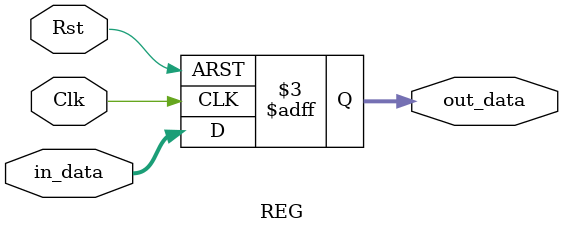
<source format=v>
module REG(in_data, out_data, Clk, Rst);
    parameter   DATA_WIDTH = 64;
    
    input   Clk, Rst;
    input   [DATA_WIDTH - 1:0] in_data;
    
    output reg  [DATA_WIDTH - 1:0] out_data;

    always @ (posedge Clk or negedge Rst) begin
        if (!Rst) out_data <= 0;
        else out_data <= in_data;
    end
endmodule
</source>
